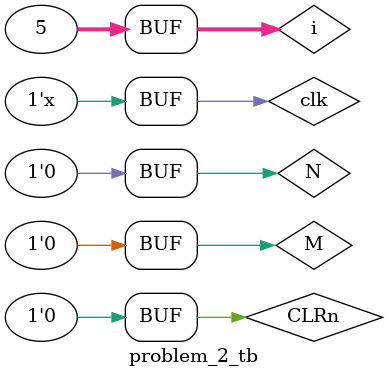
<source format=v>
module problem_2(clk,CLRn,M,N,q);
input clk,CLRn,M,N;
output reg q;

always @(negedge clk or posedge CLRn) begin
	if (CLRn== 1'b1)
		q<=0;
	else
		case({M,N})
		2'b00 : q<= ~q;
		2'b01 : q<=1;
		2'b10 : q<=0;
		2'b11 : q<=q;
		endcase
end
endmodule

//..............tb..............//
`timescale 1ns/1ns
module problem_2_tb;
reg clk,CLRn,M,N;
wire q;

problem_2 f(clk,CLRn,M,N,q);

integer i;
 always #10 clk = ~clk;
initial begin
	clk= 0;
	CLRn=1;
	
	
#10 CLRn=0;
#10 CLRn=1;
#10 CLRn=0;
end
initial begin
	for (i=0; i<5 ;i=i+1)
		#10 {M,N}=i;
end
initial begin
	$monitor("T=%0t |clk=%b |CLRn=%b| M =%b | N=%b |q=%b",$realtime,clk,CLRn,M,N,q);
end
endmodule

/*
# T=0 |clk=0 |CLRn=1| M =x | N=x |q=0
# T=10 |clk=1 |CLRn=0| M =0 | N=0 |q=0
# T=20 |clk=0 |CLRn=1| M =0 | N=1 |q=0
# T=30 |clk=1 |CLRn=0| M =1 | N=0 |q=0
# T=40 |clk=0 |CLRn=0| M =1 | N=1 |q=0
# T=50 |clk=1 |CLRn=0| M =0 | N=0 |q=0
# T=60 |clk=0 |CLRn=0| M =0 | N=0 |q=1
# T=70 |clk=1 |CLRn=0| M =0 | N=0 |q=1
# T=80 |clk=0 |CLRn=0| M =0 | N=0 |q=0
# T=90 |clk=1 |CLRn=0| M =0 | N=0 |q=0
*/

</source>
